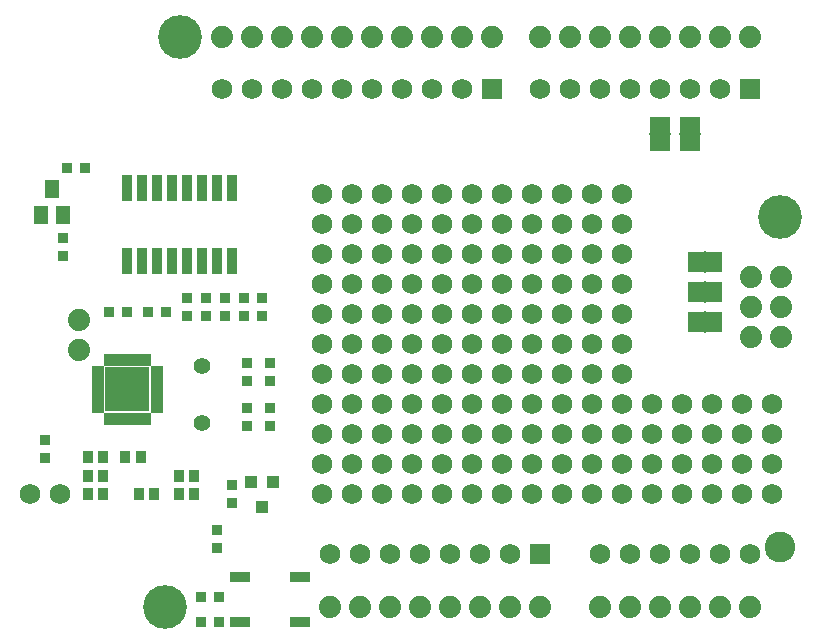
<source format=gts>
G75*
G70*
%OFA0B0*%
%FSLAX24Y24*%
%IPPOS*%
%LPD*%
%AMOC8*
5,1,8,0,0,1.08239X$1,22.5*
%
%ADD10R,0.0192X0.0395*%
%ADD11R,0.0395X0.0192*%
%ADD12R,0.1458X0.1458*%
%ADD13R,0.0474X0.0631*%
%ADD14R,0.0380X0.0380*%
%ADD15R,0.0395X0.0434*%
%ADD16R,0.0356X0.0434*%
%ADD17C,0.0560*%
%ADD18C,0.0740*%
%ADD19C,0.0680*%
%ADD20R,0.0340X0.0880*%
%ADD21C,0.1458*%
%ADD22C,0.1025*%
%ADD23R,0.0680X0.0680*%
%ADD24R,0.0680X0.0380*%
%ADD25R,0.0540X0.0710*%
%ADD26R,0.0060X0.0720*%
%ADD27R,0.0710X0.0540*%
%ADD28R,0.0720X0.0060*%
D10*
X003961Y007666D03*
X004158Y007666D03*
X004355Y007666D03*
X004552Y007666D03*
X004748Y007666D03*
X004945Y007666D03*
X005142Y007666D03*
X005339Y007666D03*
X005339Y009634D03*
X005142Y009634D03*
X004945Y009634D03*
X004748Y009634D03*
X004552Y009634D03*
X004355Y009634D03*
X004158Y009634D03*
X003961Y009634D03*
D11*
X003666Y009339D03*
X003666Y009142D03*
X003666Y008945D03*
X003666Y008748D03*
X003666Y008552D03*
X003666Y008355D03*
X003666Y008158D03*
X003666Y007961D03*
X005634Y007961D03*
X005634Y008158D03*
X005634Y008355D03*
X005634Y008552D03*
X005634Y008748D03*
X005634Y008945D03*
X005634Y009142D03*
X005634Y009339D03*
D12*
X004650Y008650D03*
D13*
X002524Y014467D03*
X001776Y014467D03*
X002150Y015333D03*
D14*
X002650Y016025D03*
X003250Y016025D03*
X002524Y013700D03*
X002524Y013100D03*
X004038Y011213D03*
X004638Y011213D03*
X005350Y011213D03*
X005950Y011213D03*
X006650Y011100D03*
X006650Y011700D03*
X007275Y011700D03*
X007900Y011700D03*
X008525Y011700D03*
X009150Y011700D03*
X009150Y011100D03*
X008525Y011100D03*
X007900Y011100D03*
X007275Y011100D03*
X008650Y009513D03*
X009400Y009513D03*
X009400Y008913D03*
X008650Y008913D03*
X008650Y008013D03*
X008650Y007413D03*
X009400Y007413D03*
X009400Y008013D03*
X008150Y005450D03*
X008150Y004850D03*
X007650Y003950D03*
X007650Y003350D03*
X007700Y001728D03*
X007100Y001728D03*
X007100Y000900D03*
X007700Y000900D03*
X001900Y006350D03*
X001900Y006950D03*
D15*
X008776Y005544D03*
X009524Y005544D03*
X009150Y004717D03*
D16*
X006886Y005150D03*
X006374Y005150D03*
X006374Y005775D03*
X006886Y005775D03*
X005551Y005150D03*
X005039Y005150D03*
X003851Y005150D03*
X003339Y005150D03*
X003339Y005775D03*
X003851Y005775D03*
X003843Y006400D03*
X003332Y006400D03*
X004582Y006400D03*
X005093Y006400D03*
D17*
X007150Y007513D03*
X007150Y009413D03*
D18*
X003025Y009963D03*
X003025Y010963D03*
X007800Y020400D03*
X008800Y020400D03*
X009800Y020400D03*
X010800Y020400D03*
X011800Y020400D03*
X012800Y020400D03*
X013800Y020400D03*
X014800Y020400D03*
X015800Y020400D03*
X016800Y020400D03*
X018400Y020400D03*
X019400Y020400D03*
X020400Y020400D03*
X021400Y020400D03*
X022400Y020400D03*
X023400Y020400D03*
X024400Y020400D03*
X025400Y020400D03*
X025455Y012380D03*
X025455Y011380D03*
X026455Y011380D03*
X026455Y012380D03*
X026455Y010380D03*
X025455Y010380D03*
X025400Y001400D03*
X024400Y001400D03*
X023400Y001400D03*
X022400Y001400D03*
X021400Y001400D03*
X020400Y001400D03*
X018400Y001400D03*
X017400Y001400D03*
X016400Y001400D03*
X015400Y001400D03*
X014400Y001400D03*
X013400Y001400D03*
X012400Y001400D03*
X011400Y001400D03*
D19*
X011400Y003150D03*
X012400Y003150D03*
X013400Y003150D03*
X014400Y003150D03*
X015400Y003150D03*
X016400Y003150D03*
X017400Y003150D03*
X017150Y005150D03*
X016150Y005150D03*
X015150Y005150D03*
X014150Y005150D03*
X013150Y005150D03*
X012150Y005150D03*
X011150Y005150D03*
X011150Y006150D03*
X012150Y006150D03*
X012150Y007150D03*
X011150Y007150D03*
X011150Y008150D03*
X012150Y008150D03*
X012150Y009150D03*
X011150Y009150D03*
X011150Y010150D03*
X012150Y010150D03*
X013150Y010150D03*
X014150Y010150D03*
X015150Y010150D03*
X016150Y010150D03*
X017150Y010150D03*
X018150Y010150D03*
X019150Y010150D03*
X020150Y010150D03*
X021150Y010150D03*
X021150Y009150D03*
X021150Y008150D03*
X022150Y008150D03*
X023150Y008150D03*
X024150Y008150D03*
X025150Y008150D03*
X026150Y008150D03*
X026150Y007150D03*
X026150Y006150D03*
X025150Y006150D03*
X025150Y007150D03*
X024150Y007150D03*
X023150Y007150D03*
X023150Y006150D03*
X024150Y006150D03*
X024150Y005150D03*
X023150Y005150D03*
X022150Y005150D03*
X021150Y005150D03*
X020150Y005150D03*
X019150Y005150D03*
X018150Y005150D03*
X018150Y006150D03*
X019150Y006150D03*
X019150Y007150D03*
X018150Y007150D03*
X017150Y007150D03*
X016150Y007150D03*
X016150Y006150D03*
X017150Y006150D03*
X015150Y006150D03*
X015150Y007150D03*
X014150Y007150D03*
X013150Y007150D03*
X013150Y006150D03*
X014150Y006150D03*
X014150Y008150D03*
X013150Y008150D03*
X013150Y009150D03*
X014150Y009150D03*
X015150Y009150D03*
X015150Y008150D03*
X016150Y008150D03*
X017150Y008150D03*
X017150Y009150D03*
X016150Y009150D03*
X018150Y009150D03*
X019150Y009150D03*
X019150Y008150D03*
X018150Y008150D03*
X020150Y008150D03*
X020150Y009150D03*
X020150Y007150D03*
X020150Y006150D03*
X021150Y006150D03*
X022150Y006150D03*
X022150Y007150D03*
X021150Y007150D03*
X025150Y005150D03*
X026150Y005150D03*
X025400Y003150D03*
X024400Y003150D03*
X023400Y003150D03*
X022400Y003150D03*
X021400Y003150D03*
X020400Y003150D03*
X020150Y011150D03*
X020150Y012150D03*
X019150Y012150D03*
X018150Y012150D03*
X018150Y011150D03*
X019150Y011150D03*
X017150Y011150D03*
X016150Y011150D03*
X016150Y012150D03*
X017150Y012150D03*
X017150Y013150D03*
X016150Y013150D03*
X016150Y014150D03*
X017150Y014150D03*
X018150Y014150D03*
X019150Y014150D03*
X019150Y013150D03*
X018150Y013150D03*
X020150Y013150D03*
X020150Y014150D03*
X021150Y014150D03*
X021150Y013150D03*
X021150Y012150D03*
X021150Y011150D03*
X021150Y015150D03*
X020150Y015150D03*
X019150Y015150D03*
X018150Y015150D03*
X017150Y015150D03*
X016150Y015150D03*
X015150Y015150D03*
X014150Y015150D03*
X013150Y015150D03*
X012150Y015150D03*
X011150Y015150D03*
X011150Y014150D03*
X012150Y014150D03*
X012150Y013150D03*
X011150Y013150D03*
X011150Y012150D03*
X012150Y012150D03*
X012150Y011150D03*
X011150Y011150D03*
X013150Y011150D03*
X014150Y011150D03*
X014150Y012150D03*
X013150Y012150D03*
X013150Y013150D03*
X014150Y013150D03*
X014150Y014150D03*
X013150Y014150D03*
X015150Y014150D03*
X015150Y013150D03*
X015150Y012150D03*
X015150Y011150D03*
X014800Y018650D03*
X015800Y018650D03*
X013800Y018650D03*
X012800Y018650D03*
X011800Y018650D03*
X010800Y018650D03*
X009800Y018650D03*
X008800Y018650D03*
X007800Y018650D03*
X018400Y018650D03*
X019400Y018650D03*
X020400Y018650D03*
X021400Y018650D03*
X022400Y018650D03*
X023400Y018650D03*
X024400Y018650D03*
X002400Y005150D03*
X001400Y005150D03*
D20*
X004650Y012940D03*
X005150Y012940D03*
X005650Y012940D03*
X006150Y012940D03*
X006650Y012940D03*
X007150Y012940D03*
X007650Y012940D03*
X008150Y012940D03*
X008150Y015360D03*
X007650Y015360D03*
X007150Y015360D03*
X006650Y015360D03*
X006150Y015360D03*
X005650Y015360D03*
X005150Y015360D03*
X004650Y015360D03*
D21*
X005900Y001400D03*
X026400Y014400D03*
X006400Y020400D03*
D22*
X026400Y003400D03*
D23*
X018400Y003150D03*
X016800Y018650D03*
X025400Y018650D03*
D24*
X010400Y002400D03*
X010400Y000900D03*
X008400Y000900D03*
X008400Y002400D03*
D25*
X023600Y010900D03*
X024200Y010900D03*
X024200Y011900D03*
X023600Y011900D03*
X023600Y012900D03*
X024200Y012900D03*
D26*
X023900Y012900D03*
X023900Y011900D03*
X023900Y010900D03*
D27*
X023400Y016850D03*
X023400Y017450D03*
X022400Y017450D03*
X022400Y016850D03*
D28*
X022400Y017150D03*
X023400Y017150D03*
M02*

</source>
